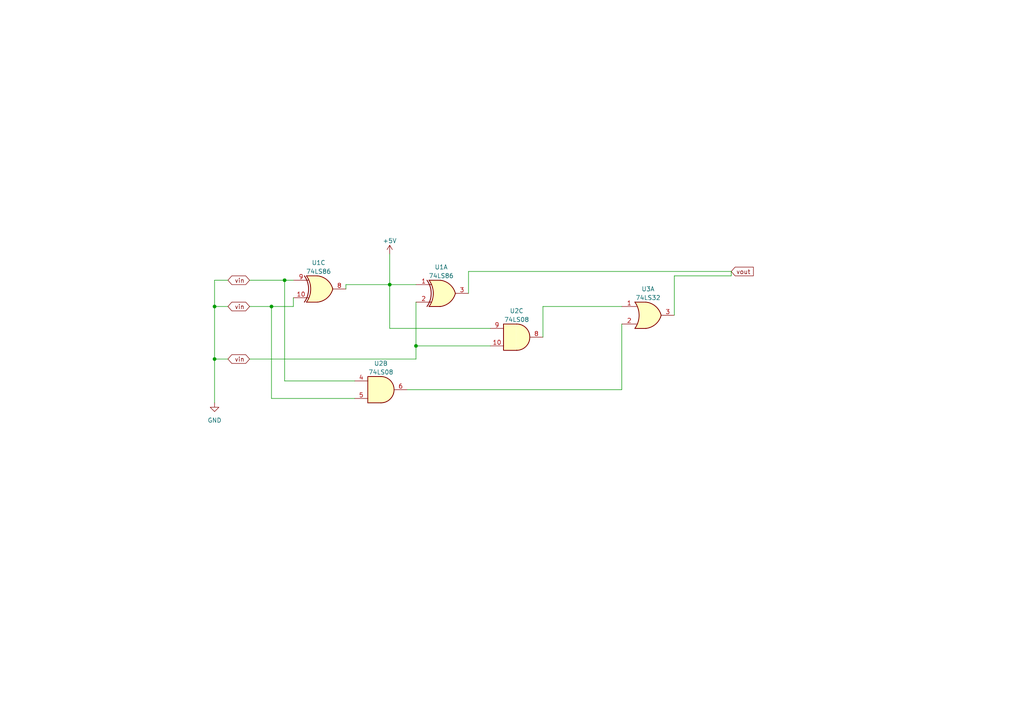
<source format=kicad_sch>
(kicad_sch (version 20230121) (generator eeschema)
  (paper "A4")
  (lib_symbols
    (symbol "74xx:74LS08" (pin_names (offset 1.016))
      (property "Reference" "U" (at 0 1.27 0))
      (property "Value" "74LS08" (at 0 -1.27 0))
      (symbol "74LS08_1_1"
        (arc (start 0 -3.81) (mid 3.7934 0) (end 0 3.81) (stroke (width 0.254)) (fill (type background)))
        (polyline (pts (xy 0 3.81) (xy -3.81 3.81) (xy -3.81 -3.81) (xy 0 -3.81)) (stroke (width 0.254)) (fill (type background)))
        (pin input line (at -7.62 2.54 0) (length 3.81) (name "~") (number "1"))
        (pin input line (at -7.62 -2.54 0) (length 3.81) (name "~") (number "2"))
        (pin output line (at 7.62 0 180) (length 3.81) (name "~") (number "3"))
      )
      (symbol "74LS08_1_2"
        (arc (start -3.81 -3.81) (mid -2.589 0) (end -3.81 3.81) (stroke (width 0.254)))
        (arc (start -0.6096 -3.81) (mid 2.1842 -2.5851) (end 3.81 0) (stroke (width 0.254)) (fill (type background)))
        (polyline (pts (xy -3.81 -3.81) (xy -0.635 -3.81)) (stroke (width 0.254)) (fill (type background)))
        (polyline (pts (xy -3.81 3.81) (xy -0.635 3.81)) (stroke (width 0.254)) (fill (type background)))
        (polyline (pts (xy -0.635 3.81) (xy -3.81 3.81) (xy -3.81 3.81) (xy -3.556 3.4036) (xy -3.0226 2.2606) (xy -2.6924 1.0414) (xy -2.6162 -0.254) (xy -2.7686 -1.4986) (xy -3.175 -2.7178) (xy -3.81 -3.81) (xy -3.81 -3.81) (xy -0.635 -3.81)) (stroke (width -25.4)) (fill (type background)))
        (arc (start 3.81 0) (mid 2.1915 2.5936) (end -0.6096 3.81) (stroke (width 0.254)) (fill (type background)))
        (pin input inverted (at -7.62 2.54 0) (length 4.318) (name "~") (number "1"))
        (pin input inverted (at -7.62 -2.54 0) (length 4.318) (name "~") (number "2"))
        (pin output inverted (at 7.62 0 180) (length 3.81) (name "~") (number "3"))
      )
      (symbol "74LS08_2_1"
        (arc (start 0 -3.81) (mid 3.7934 0) (end 0 3.81) (stroke (width 0.254)) (fill (type background)))
        (polyline (pts (xy 0 3.81) (xy -3.81 3.81) (xy -3.81 -3.81) (xy 0 -3.81)) (stroke (width 0.254)) (fill (type background)))
        (pin input line (at -7.62 2.54 0) (length 3.81) (name "~") (number "4"))
        (pin input line (at -7.62 -2.54 0) (length 3.81) (name "~") (number "5"))
        (pin output line (at 7.62 0 180) (length 3.81) (name "~") (number "6"))
      )
      (symbol "74LS08_2_2"
        (arc (start -3.81 -3.81) (mid -2.589 0) (end -3.81 3.81) (stroke (width 0.254)))
        (arc (start -0.6096 -3.81) (mid 2.1842 -2.5851) (end 3.81 0) (stroke (width 0.254)) (fill (type background)))
        (polyline (pts (xy -3.81 -3.81) (xy -0.635 -3.81)) (stroke (width 0.254)) (fill (type background)))
        (polyline (pts (xy -3.81 3.81) (xy -0.635 3.81)) (stroke (width 0.254)) (fill (type background)))
        (polyline (pts (xy -0.635 3.81) (xy -3.81 3.81) (xy -3.81 3.81) (xy -3.556 3.4036) (xy -3.0226 2.2606) (xy -2.6924 1.0414) (xy -2.6162 -0.254) (xy -2.7686 -1.4986) (xy -3.175 -2.7178) (xy -3.81 -3.81) (xy -3.81 -3.81) (xy -0.635 -3.81)) (stroke (width -25.4)) (fill (type background)))
        (arc (start 3.81 0) (mid 2.1915 2.5936) (end -0.6096 3.81) (stroke (width 0.254)) (fill (type background)))
        (pin input inverted (at -7.62 2.54 0) (length 4.318) (name "~") (number "4"))
        (pin input inverted (at -7.62 -2.54 0) (length 4.318) (name "~") (number "5"))
        (pin output inverted (at 7.62 0 180) (length 3.81) (name "~") (number "6"))
      )
      (symbol "74LS08_3_1"
        (arc (start 0 -3.81) (mid 3.7934 0) (end 0 3.81) (stroke (width 0.254)) (fill (type background)))
        (polyline (pts (xy 0 3.81) (xy -3.81 3.81) (xy -3.81 -3.81) (xy 0 -3.81)) (stroke (width 0.254)) (fill (type background)))
        (pin input line (at -7.62 -2.54 0) (length 3.81) (name "~") (number "10"))
        (pin output line (at 7.62 0 180) (length 3.81) (name "~") (number "8"))
        (pin input line (at -7.62 2.54 0) (length 3.81) (name "~") (number "9"))
      )
      (symbol "74LS08_3_2"
        (arc (start -3.81 -3.81) (mid -2.589 0) (end -3.81 3.81) (stroke (width 0.254)))
        (arc (start -0.6096 -3.81) (mid 2.1842 -2.5851) (end 3.81 0) (stroke (width 0.254)) (fill (type background)))
        (polyline (pts (xy -3.81 -3.81) (xy -0.635 -3.81)) (stroke (width 0.254)) (fill (type background)))
        (polyline (pts (xy -3.81 3.81) (xy -0.635 3.81)) (stroke (width 0.254)) (fill (type background)))
        (polyline (pts (xy -0.635 3.81) (xy -3.81 3.81) (xy -3.81 3.81) (xy -3.556 3.4036) (xy -3.0226 2.2606) (xy -2.6924 1.0414) (xy -2.6162 -0.254) (xy -2.7686 -1.4986) (xy -3.175 -2.7178) (xy -3.81 -3.81) (xy -3.81 -3.81) (xy -0.635 -3.81)) (stroke (width -25.4)) (fill (type background)))
        (arc (start 3.81 0) (mid 2.1915 2.5936) (end -0.6096 3.81) (stroke (width 0.254)) (fill (type background)))
        (pin input inverted (at -7.62 -2.54 0) (length 4.318) (name "~") (number "10"))
        (pin output inverted (at 7.62 0 180) (length 3.81) (name "~") (number "8"))
        (pin input inverted (at -7.62 2.54 0) (length 4.318) (name "~") (number "9"))
      )
      (symbol "74LS08_4_1"
        (arc (start 0 -3.81) (mid 3.7934 0) (end 0 3.81) (stroke (width 0.254)) (fill (type background)))
        (polyline (pts (xy 0 3.81) (xy -3.81 3.81) (xy -3.81 -3.81) (xy 0 -3.81)) (stroke (width 0.254)) (fill (type background)))
        (pin output line (at 7.62 0 180) (length 3.81) (name "~") (number "11"))
        (pin input line (at -7.62 2.54 0) (length 3.81) (name "~") (number "12"))
        (pin input line (at -7.62 -2.54 0) (length 3.81) (name "~") (number "13"))
      )
      (symbol "74LS08_4_2"
        (arc (start -3.81 -3.81) (mid -2.589 0) (end -3.81 3.81) (stroke (width 0.254)))
        (arc (start -0.6096 -3.81) (mid 2.1842 -2.5851) (end 3.81 0) (stroke (width 0.254)) (fill (type background)))
        (polyline (pts (xy -3.81 -3.81) (xy -0.635 -3.81)) (stroke (width 0.254)) (fill (type background)))
        (polyline (pts (xy -3.81 3.81) (xy -0.635 3.81)) (stroke (width 0.254)) (fill (type background)))
        (polyline (pts (xy -0.635 3.81) (xy -3.81 3.81) (xy -3.81 3.81) (xy -3.556 3.4036) (xy -3.0226 2.2606) (xy -2.6924 1.0414) (xy -2.6162 -0.254) (xy -2.7686 -1.4986) (xy -3.175 -2.7178) (xy -3.81 -3.81) (xy -3.81 -3.81) (xy -0.635 -3.81)) (stroke (width -25.4)) (fill (type background)))
        (arc (start 3.81 0) (mid 2.1915 2.5936) (end -0.6096 3.81) (stroke (width 0.254)) (fill (type background)))
        (pin output inverted (at 7.62 0 180) (length 3.81) (name "~") (number "11"))
        (pin input inverted (at -7.62 2.54 0) (length 4.318) (name "~") (number "12"))
        (pin input inverted (at -7.62 -2.54 0) (length 4.318) (name "~") (number "13"))
      )
      (symbol "74LS08_5_0"
        (pin power_in line (at 0 12.7 270) (length 5.08) (name "VCC") (number "14"))
        (pin power_in line (at 0 -12.7 90) (length 5.08) (name "GND") (number "7"))
      )
      (symbol "74LS08_5_1"
        (rectangle (start -5.08 7.62) (end 5.08 -7.62) (stroke (width 0.254)) (fill (type background)))
      )
    )
    (symbol "74xx:74LS32" (pin_names (offset 1.016))
      (property "Reference" "U" (at 0 1.27 0))
      (property "Value" "74LS32" (at 0 -1.27 0))
      (symbol "74LS32_1_1"
        (arc (start -3.81 -3.81) (mid -2.589 0) (end -3.81 3.81) (stroke (width 0.254)))
        (arc (start -0.6096 -3.81) (mid 2.1842 -2.5851) (end 3.81 0) (stroke (width 0.254)) (fill (type background)))
        (polyline (pts (xy -3.81 -3.81) (xy -0.635 -3.81)) (stroke (width 0.254)) (fill (type background)))
        (polyline (pts (xy -3.81 3.81) (xy -0.635 3.81)) (stroke (width 0.254)) (fill (type background)))
        (polyline (pts (xy -0.635 3.81) (xy -3.81 3.81) (xy -3.81 3.81) (xy -3.556 3.4036) (xy -3.0226 2.2606) (xy -2.6924 1.0414) (xy -2.6162 -0.254) (xy -2.7686 -1.4986) (xy -3.175 -2.7178) (xy -3.81 -3.81) (xy -3.81 -3.81) (xy -0.635 -3.81)) (stroke (width -25.4)) (fill (type background)))
        (arc (start 3.81 0) (mid 2.1915 2.5936) (end -0.6096 3.81) (stroke (width 0.254)) (fill (type background)))
        (pin input line (at -7.62 2.54 0) (length 4.318) (name "~") (number "1"))
        (pin input line (at -7.62 -2.54 0) (length 4.318) (name "~") (number "2"))
        (pin output line (at 7.62 0 180) (length 3.81) (name "~") (number "3"))
      )
      (symbol "74LS32_1_2"
        (arc (start 0 -3.81) (mid 3.7934 0) (end 0 3.81) (stroke (width 0.254)) (fill (type background)))
        (polyline (pts (xy 0 3.81) (xy -3.81 3.81) (xy -3.81 -3.81) (xy 0 -3.81)) (stroke (width 0.254)) (fill (type background)))
        (pin input inverted (at -7.62 2.54 0) (length 3.81) (name "~") (number "1"))
        (pin input inverted (at -7.62 -2.54 0) (length 3.81) (name "~") (number "2"))
        (pin output inverted (at 7.62 0 180) (length 3.81) (name "~") (number "3"))
      )
      (symbol "74LS32_2_1"
        (arc (start -3.81 -3.81) (mid -2.589 0) (end -3.81 3.81) (stroke (width 0.254)))
        (arc (start -0.6096 -3.81) (mid 2.1842 -2.5851) (end 3.81 0) (stroke (width 0.254)) (fill (type background)))
        (polyline (pts (xy -3.81 -3.81) (xy -0.635 -3.81)) (stroke (width 0.254)) (fill (type background)))
        (polyline (pts (xy -3.81 3.81) (xy -0.635 3.81)) (stroke (width 0.254)) (fill (type background)))
        (polyline (pts (xy -0.635 3.81) (xy -3.81 3.81) (xy -3.81 3.81) (xy -3.556 3.4036) (xy -3.0226 2.2606) (xy -2.6924 1.0414) (xy -2.6162 -0.254) (xy -2.7686 -1.4986) (xy -3.175 -2.7178) (xy -3.81 -3.81) (xy -3.81 -3.81) (xy -0.635 -3.81)) (stroke (width -25.4)) (fill (type background)))
        (arc (start 3.81 0) (mid 2.1915 2.5936) (end -0.6096 3.81) (stroke (width 0.254)) (fill (type background)))
        (pin input line (at -7.62 2.54 0) (length 4.318) (name "~") (number "4"))
        (pin input line (at -7.62 -2.54 0) (length 4.318) (name "~") (number "5"))
        (pin output line (at 7.62 0 180) (length 3.81) (name "~") (number "6"))
      )
      (symbol "74LS32_2_2"
        (arc (start 0 -3.81) (mid 3.7934 0) (end 0 3.81) (stroke (width 0.254)) (fill (type background)))
        (polyline (pts (xy 0 3.81) (xy -3.81 3.81) (xy -3.81 -3.81) (xy 0 -3.81)) (stroke (width 0.254)) (fill (type background)))
        (pin input inverted (at -7.62 2.54 0) (length 3.81) (name "~") (number "4"))
        (pin input inverted (at -7.62 -2.54 0) (length 3.81) (name "~") (number "5"))
        (pin output inverted (at 7.62 0 180) (length 3.81) (name "~") (number "6"))
      )
      (symbol "74LS32_3_1"
        (arc (start -3.81 -3.81) (mid -2.589 0) (end -3.81 3.81) (stroke (width 0.254)))
        (arc (start -0.6096 -3.81) (mid 2.1842 -2.5851) (end 3.81 0) (stroke (width 0.254)) (fill (type background)))
        (polyline (pts (xy -3.81 -3.81) (xy -0.635 -3.81)) (stroke (width 0.254)) (fill (type background)))
        (polyline (pts (xy -3.81 3.81) (xy -0.635 3.81)) (stroke (width 0.254)) (fill (type background)))
        (polyline (pts (xy -0.635 3.81) (xy -3.81 3.81) (xy -3.81 3.81) (xy -3.556 3.4036) (xy -3.0226 2.2606) (xy -2.6924 1.0414) (xy -2.6162 -0.254) (xy -2.7686 -1.4986) (xy -3.175 -2.7178) (xy -3.81 -3.81) (xy -3.81 -3.81) (xy -0.635 -3.81)) (stroke (width -25.4)) (fill (type background)))
        (arc (start 3.81 0) (mid 2.1915 2.5936) (end -0.6096 3.81) (stroke (width 0.254)) (fill (type background)))
        (pin input line (at -7.62 -2.54 0) (length 4.318) (name "~") (number "10"))
        (pin output line (at 7.62 0 180) (length 3.81) (name "~") (number "8"))
        (pin input line (at -7.62 2.54 0) (length 4.318) (name "~") (number "9"))
      )
      (symbol "74LS32_3_2"
        (arc (start 0 -3.81) (mid 3.7934 0) (end 0 3.81) (stroke (width 0.254)) (fill (type background)))
        (polyline (pts (xy 0 3.81) (xy -3.81 3.81) (xy -3.81 -3.81) (xy 0 -3.81)) (stroke (width 0.254)) (fill (type background)))
        (pin input inverted (at -7.62 -2.54 0) (length 3.81) (name "~") (number "10"))
        (pin output inverted (at 7.62 0 180) (length 3.81) (name "~") (number "8"))
        (pin input inverted (at -7.62 2.54 0) (length 3.81) (name "~") (number "9"))
      )
      (symbol "74LS32_4_1"
        (arc (start -3.81 -3.81) (mid -2.589 0) (end -3.81 3.81) (stroke (width 0.254)))
        (arc (start -0.6096 -3.81) (mid 2.1842 -2.5851) (end 3.81 0) (stroke (width 0.254)) (fill (type background)))
        (polyline (pts (xy -3.81 -3.81) (xy -0.635 -3.81)) (stroke (width 0.254)) (fill (type background)))
        (polyline (pts (xy -3.81 3.81) (xy -0.635 3.81)) (stroke (width 0.254)) (fill (type background)))
        (polyline (pts (xy -0.635 3.81) (xy -3.81 3.81) (xy -3.81 3.81) (xy -3.556 3.4036) (xy -3.0226 2.2606) (xy -2.6924 1.0414) (xy -2.6162 -0.254) (xy -2.7686 -1.4986) (xy -3.175 -2.7178) (xy -3.81 -3.81) (xy -3.81 -3.81) (xy -0.635 -3.81)) (stroke (width -25.4)) (fill (type background)))
        (arc (start 3.81 0) (mid 2.1915 2.5936) (end -0.6096 3.81) (stroke (width 0.254)) (fill (type background)))
        (pin output line (at 7.62 0 180) (length 3.81) (name "~") (number "11"))
        (pin input line (at -7.62 2.54 0) (length 4.318) (name "~") (number "12"))
        (pin input line (at -7.62 -2.54 0) (length 4.318) (name "~") (number "13"))
      )
      (symbol "74LS32_4_2"
        (arc (start 0 -3.81) (mid 3.7934 0) (end 0 3.81) (stroke (width 0.254)) (fill (type background)))
        (polyline (pts (xy 0 3.81) (xy -3.81 3.81) (xy -3.81 -3.81) (xy 0 -3.81)) (stroke (width 0.254)) (fill (type background)))
        (pin output inverted (at 7.62 0 180) (length 3.81) (name "~") (number "11"))
        (pin input inverted (at -7.62 2.54 0) (length 3.81) (name "~") (number "12"))
        (pin input inverted (at -7.62 -2.54 0) (length 3.81) (name "~") (number "13"))
      )
      (symbol "74LS32_5_0"
        (pin power_in line (at 0 12.7 270) (length 5.08) (name "VCC") (number "14"))
        (pin power_in line (at 0 -12.7 90) (length 5.08) (name "GND") (number "7"))
      )
      (symbol "74LS32_5_1"
        (rectangle (start -5.08 7.62) (end 5.08 -7.62) (stroke (width 0.254)) (fill (type background)))
      )
    )
    (symbol "74xx:74LS86" (pin_names (offset 1.016))
      (property "Reference" "U" (at 0 1.27 0))
      (property "Value" "74LS86" (at 0 -1.27 0))
      (symbol "74LS86_1_0"
        (arc (start -4.4196 -3.81) (mid -3.2033 0) (end -4.4196 3.81) (stroke (width 0.254)))
        (arc (start -3.81 -3.81) (mid -2.589 0) (end -3.81 3.81) (stroke (width 0.254)))
        (arc (start -0.6096 -3.81) (mid 2.1842 -2.5851) (end 3.81 0) (stroke (width 0.254)) (fill (type background)))
        (polyline (pts (xy -3.81 -3.81) (xy -0.635 -3.81)) (stroke (width 0.254)) (fill (type background)))
        (polyline (pts (xy -3.81 3.81) (xy -0.635 3.81)) (stroke (width 0.254)) (fill (type background)))
        (polyline (pts (xy -0.635 3.81) (xy -3.81 3.81) (xy -3.81 3.81) (xy -3.556 3.4036) (xy -3.0226 2.2606) (xy -2.6924 1.0414) (xy -2.6162 -0.254) (xy -2.7686 -1.4986) (xy -3.175 -2.7178) (xy -3.81 -3.81) (xy -3.81 -3.81) (xy -0.635 -3.81)) (stroke (width -25.4)) (fill (type background)))
        (arc (start 3.81 0) (mid 2.1915 2.5936) (end -0.6096 3.81) (stroke (width 0.254)) (fill (type background)))
        (pin input line (at -7.62 2.54 0) (length 4.445) (name "~") (number "1"))
        (pin input line (at -7.62 -2.54 0) (length 4.445) (name "~") (number "2"))
        (pin output line (at 7.62 0 180) (length 3.81) (name "~") (number "3"))
      )
      (symbol "74LS86_1_1"
        (polyline (pts (xy -3.81 -2.54) (xy -3.175 -2.54)) (stroke (width 0.1524)))
        (polyline (pts (xy -3.81 2.54) (xy -3.175 2.54)) (stroke (width 0.1524)))
      )
      (symbol "74LS86_2_0"
        (arc (start -4.4196 -3.81) (mid -3.2033 0) (end -4.4196 3.81) (stroke (width 0.254)))
        (arc (start -3.81 -3.81) (mid -2.589 0) (end -3.81 3.81) (stroke (width 0.254)))
        (arc (start -0.6096 -3.81) (mid 2.1842 -2.5851) (end 3.81 0) (stroke (width 0.254)) (fill (type background)))
        (polyline (pts (xy -3.81 -3.81) (xy -0.635 -3.81)) (stroke (width 0.254)) (fill (type background)))
        (polyline (pts (xy -3.81 3.81) (xy -0.635 3.81)) (stroke (width 0.254)) (fill (type background)))
        (polyline (pts (xy -0.635 3.81) (xy -3.81 3.81) (xy -3.81 3.81) (xy -3.556 3.4036) (xy -3.0226 2.2606) (xy -2.6924 1.0414) (xy -2.6162 -0.254) (xy -2.7686 -1.4986) (xy -3.175 -2.7178) (xy -3.81 -3.81) (xy -3.81 -3.81) (xy -0.635 -3.81)) (stroke (width -25.4)) (fill (type background)))
        (arc (start 3.81 0) (mid 2.1915 2.5936) (end -0.6096 3.81) (stroke (width 0.254)) (fill (type background)))
        (pin input line (at -7.62 2.54 0) (length 4.445) (name "~") (number "4"))
        (pin input line (at -7.62 -2.54 0) (length 4.445) (name "~") (number "5"))
        (pin output line (at 7.62 0 180) (length 3.81) (name "~") (number "6"))
      )
      (symbol "74LS86_2_1"
        (polyline (pts (xy -3.81 -2.54) (xy -3.175 -2.54)) (stroke (width 0.1524)))
        (polyline (pts (xy -3.81 2.54) (xy -3.175 2.54)) (stroke (width 0.1524)))
      )
      (symbol "74LS86_3_0"
        (arc (start -4.4196 -3.81) (mid -3.2033 0) (end -4.4196 3.81) (stroke (width 0.254)))
        (arc (start -3.81 -3.81) (mid -2.589 0) (end -3.81 3.81) (stroke (width 0.254)))
        (arc (start -0.6096 -3.81) (mid 2.1842 -2.5851) (end 3.81 0) (stroke (width 0.254)) (fill (type background)))
        (polyline (pts (xy -3.81 -3.81) (xy -0.635 -3.81)) (stroke (width 0.254)) (fill (type background)))
        (polyline (pts (xy -3.81 3.81) (xy -0.635 3.81)) (stroke (width 0.254)) (fill (type background)))
        (polyline (pts (xy -0.635 3.81) (xy -3.81 3.81) (xy -3.81 3.81) (xy -3.556 3.4036) (xy -3.0226 2.2606) (xy -2.6924 1.0414) (xy -2.6162 -0.254) (xy -2.7686 -1.4986) (xy -3.175 -2.7178) (xy -3.81 -3.81) (xy -3.81 -3.81) (xy -0.635 -3.81)) (stroke (width -25.4)) (fill (type background)))
        (arc (start 3.81 0) (mid 2.1915 2.5936) (end -0.6096 3.81) (stroke (width 0.254)) (fill (type background)))
        (pin input line (at -7.62 -2.54 0) (length 4.445) (name "~") (number "10"))
        (pin output line (at 7.62 0 180) (length 3.81) (name "~") (number "8"))
        (pin input line (at -7.62 2.54 0) (length 4.445) (name "~") (number "9"))
      )
      (symbol "74LS86_3_1"
        (polyline (pts (xy -3.81 -2.54) (xy -3.175 -2.54)) (stroke (width 0.1524)))
        (polyline (pts (xy -3.81 2.54) (xy -3.175 2.54)) (stroke (width 0.1524)))
      )
      (symbol "74LS86_4_0"
        (arc (start -4.4196 -3.81) (mid -3.2033 0) (end -4.4196 3.81) (stroke (width 0.254)))
        (arc (start -3.81 -3.81) (mid -2.589 0) (end -3.81 3.81) (stroke (width 0.254)))
        (arc (start -0.6096 -3.81) (mid 2.1842 -2.5851) (end 3.81 0) (stroke (width 0.254)) (fill (type background)))
        (polyline (pts (xy -3.81 -3.81) (xy -0.635 -3.81)) (stroke (width 0.254)) (fill (type background)))
        (polyline (pts (xy -3.81 3.81) (xy -0.635 3.81)) (stroke (width 0.254)) (fill (type background)))
        (polyline (pts (xy -0.635 3.81) (xy -3.81 3.81) (xy -3.81 3.81) (xy -3.556 3.4036) (xy -3.0226 2.2606) (xy -2.6924 1.0414) (xy -2.6162 -0.254) (xy -2.7686 -1.4986) (xy -3.175 -2.7178) (xy -3.81 -3.81) (xy -3.81 -3.81) (xy -0.635 -3.81)) (stroke (width -25.4)) (fill (type background)))
        (arc (start 3.81 0) (mid 2.1915 2.5936) (end -0.6096 3.81) (stroke (width 0.254)) (fill (type background)))
        (pin output line (at 7.62 0 180) (length 3.81) (name "~") (number "11"))
        (pin input line (at -7.62 2.54 0) (length 4.445) (name "~") (number "12"))
        (pin input line (at -7.62 -2.54 0) (length 4.445) (name "~") (number "13"))
      )
      (symbol "74LS86_4_1"
        (polyline (pts (xy -3.81 -2.54) (xy -3.175 -2.54)) (stroke (width 0.1524)))
        (polyline (pts (xy -3.81 2.54) (xy -3.175 2.54)) (stroke (width 0.1524)))
      )
      (symbol "74LS86_5_0"
        (pin power_in line (at 0 12.7 270) (length 5.08) (name "VCC") (number "14"))
        (pin power_in line (at 0 -12.7 90) (length 5.08) (name "GND") (number "7"))
      )
      (symbol "74LS86_5_1"
        (rectangle (start -5.08 7.62) (end 5.08 -7.62) (stroke (width 0.254)) (fill (type background)))
      )
    )
    (symbol "power:+5V" (power) (pin_names (offset 0))
      (property "Value" "+5V" (at 0 3.556 0))
      (symbol "+5V_0_1"
        (polyline (pts (xy -0.762 1.27) (xy 0 2.54)))
        (polyline (pts (xy 0 0) (xy 0 2.54)))
        (polyline (pts (xy 0 2.54) (xy 0.762 1.27)))
      )
      (symbol "+5V_1_1"
        (pin power_in line (at 0 0 90) (length 0) hide (name "+5V") (number "1"))
      )
    )
    (symbol "power:GND" (power) (pin_names (offset 0))
      (property "Value" "GND" (at 0 -3.81 0))
      (symbol "GND_0_1"
        (polyline (pts (xy 0 0) (xy 0 -1.27) (xy 1.27 -1.27) (xy 0 -2.54) (xy -1.27 -1.27) (xy 0 -1.27)))
      )
      (symbol "GND_1_1"
        (pin power_in line (at 0 0 270) (length 0) hide (name "GND") (number "1"))
      )
    )
  )
  (junction (at 62.23 88.9))
  (junction (at 120.65 100.33))
  (junction (at 113.03 82.55))
  (junction (at 62.23 104.14))
  (junction (at 78.74 88.9))
  (junction (at 82.55 81.28))
  (wire (pts (xy 72.39 88.9) (xy 78.74 88.9)))
  (wire (pts (xy 118.11 113.03) (xy 180.34 113.03)))
  (wire (pts (xy 135.89 78.74) (xy 135.89 85.09)))
  (wire (pts (xy 102.87 110.49) (xy 82.55 110.49)))
  (wire (pts (xy 78.74 88.9) (xy 85.09 88.9)))
  (wire (pts (xy 113.03 82.55) (xy 100.33 82.55)))
  (wire (pts (xy 62.23 104.14) (xy 62.23 116.84)))
  (wire (pts (xy 100.33 82.55) (xy 100.33 83.82)))
  (wire (pts (xy 212.09 80.01) (xy 195.58 80.01)))
  (wire (pts (xy 62.23 88.9) (xy 62.23 104.14)))
  (wire (pts (xy 212.09 80.01) (xy 212.09 78.74)))
  (wire (pts (xy 142.24 100.33) (xy 120.65 100.33)))
  (wire (pts (xy 157.48 88.9) (xy 157.48 97.79)))
  (wire (pts (xy 82.55 110.49) (xy 82.55 81.28)))
  (wire (pts (xy 212.09 78.74) (xy 135.89 78.74)))
  (wire (pts (xy 120.65 82.55) (xy 113.03 82.55)))
  (wire (pts (xy 113.03 95.25) (xy 113.03 82.55)))
  (wire (pts (xy 120.65 87.63) (xy 120.65 100.33)))
  (wire (pts (xy 180.34 88.9) (xy 157.48 88.9)))
  (wire (pts (xy 180.34 93.98) (xy 180.34 113.03)))
  (wire (pts (xy 62.23 81.28) (xy 62.23 88.9)))
  (wire (pts (xy 142.24 95.25) (xy 113.03 95.25)))
  (wire (pts (xy 62.23 88.9) (xy 66.04 88.9)))
  (wire (pts (xy 72.39 104.14) (xy 120.65 104.14)))
  (wire (pts (xy 78.74 115.57) (xy 78.74 88.9)))
  (wire (pts (xy 66.04 81.28) (xy 62.23 81.28)))
  (wire (pts (xy 113.03 73.66) (xy 113.03 82.55)))
  (wire (pts (xy 102.87 115.57) (xy 78.74 115.57)))
  (wire (pts (xy 120.65 100.33) (xy 120.65 104.14)))
  (wire (pts (xy 85.09 88.9) (xy 85.09 86.36)))
  (wire (pts (xy 82.55 81.28) (xy 85.09 81.28)))
  (wire (pts (xy 62.23 104.14) (xy 66.04 104.14)))
  (wire (pts (xy 195.58 80.01) (xy 195.58 91.44)))
  (wire (pts (xy 72.39 81.28) (xy 82.55 81.28)))
  (global_label "vout" (shape input) (at 212.09 78.74 0) (property "Intersheetrefs" "${INTERSHEET_REFS}" (effects hide)))
  (global_label "vin" (shape bidirectional) (at 72.39 88.9 180) (property "Intersheetrefs" "${INTERSHEET_REFS}" (effects hide)))
  (global_label "vin" (shape bidirectional) (at 72.39 81.28 180) (property "Intersheetrefs" "${INTERSHEET_REFS}" (effects hide)))
  (global_label "vin" (shape bidirectional) (at 72.39 104.14 180) (property "Intersheetrefs" "${INTERSHEET_REFS}" (effects hide)))
  (symbol (lib_id "power:GND") (at 62.23 116.84 0) (unit 1)
    (property "Reference" "#PWR04" (effects hide))
    (property "Value" "GND" (at 62.23 121.92 0))
  )
  (symbol (lib_id "74xx:74LS86") (at 92.71 83.82 0) (unit 3)
    (property "Reference" "U1" (at 92.4052 76.2 0))
    (property "Value" "74LS86" (at 92.4052 78.74 0))
    (property "Datasheet" "74xx/74ls86.pdf" (effects hide))
  )
  (symbol (lib_id "74xx:74LS08") (at 110.49 113.03 0) (unit 2)
    (property "Reference" "U2" (at 110.4817 105.41 0))
    (property "Value" "74LS08" (at 110.4817 107.95 0))
    (property "Datasheet" "http://www.ti.com/lit/gpn/sn74LS08" (effects hide))
  )
  (symbol (lib_id "74xx:74LS08") (at 149.86 97.79 0) (unit 3)
    (property "Reference" "U2" (at 149.8517 90.17 0))
    (property "Value" "74LS08" (at 149.8517 92.71 0))
    (property "Datasheet" "http://www.ti.com/lit/gpn/sn74LS08" (effects hide))
  )
  (symbol (lib_id "power:+5V") (at 113.03 73.66 0) (unit 1)
    (property "Reference" "#PWR03" (effects hide))
    (property "Value" "+5V" (at 113.03 69.85 0))
  )
  (symbol (lib_id "74xx:74LS32") (at 187.96 91.44 0) (unit 1)
    (property "Reference" "U3" (at 187.96 83.82 0))
    (property "Value" "74LS32" (at 187.96 86.36 0))
    (property "Datasheet" "http://www.ti.com/lit/gpn/sn74LS32" (effects hide))
  )
  (symbol (lib_id "74xx:74LS86") (at 128.27 85.09 0) (unit 1)
    (property "Reference" "U1" (at 127.9652 77.47 0))
    (property "Value" "74LS86" (at 127.9652 80.01 0))
    (property "Datasheet" "74xx/74ls86.pdf" (effects hide))
  )
)
</source>
